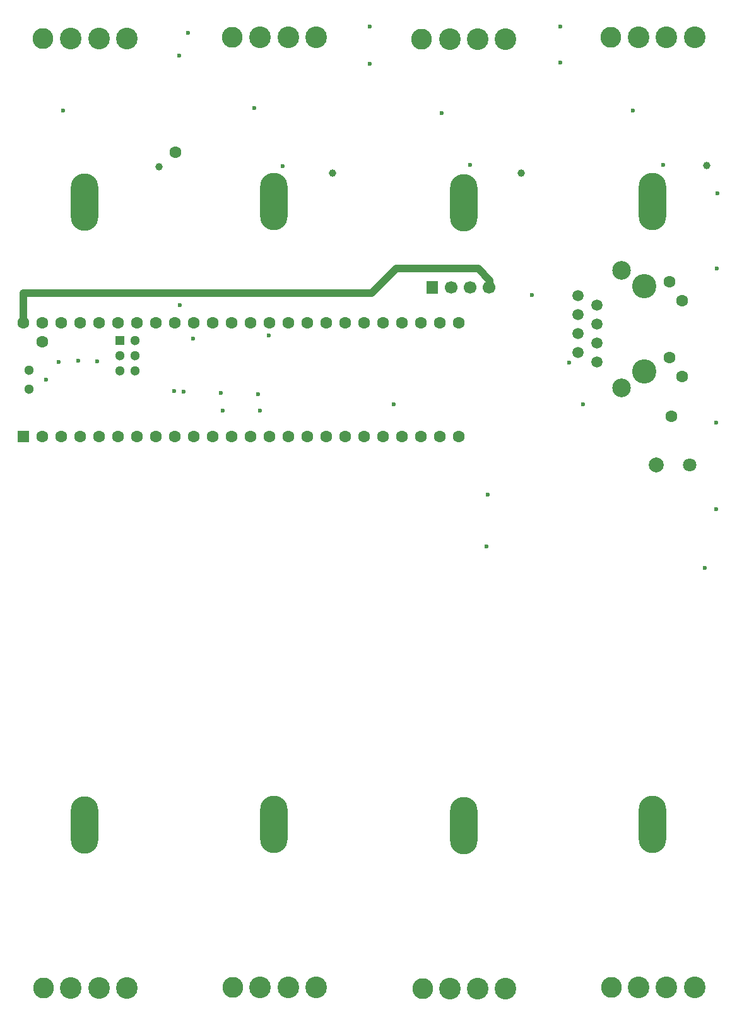
<source format=gbr>
%TF.GenerationSoftware,KiCad,Pcbnew,8.0.6*%
%TF.CreationDate,2025-03-02T11:18:05-08:00*%
%TF.ProjectId,dpx_faded,6470785f-6661-4646-9564-2e6b69636164,0.5.0*%
%TF.SameCoordinates,Original*%
%TF.FileFunction,Copper,L3,Inr*%
%TF.FilePolarity,Positive*%
%FSLAX46Y46*%
G04 Gerber Fmt 4.6, Leading zero omitted, Abs format (unit mm)*
G04 Created by KiCad (PCBNEW 8.0.6) date 2025-03-02 11:18:05*
%MOMM*%
%LPD*%
G01*
G04 APERTURE LIST*
%TA.AperFunction,ComponentPad*%
%ADD10R,1.600000X1.700000*%
%TD*%
%TA.AperFunction,ComponentPad*%
%ADD11C,1.700000*%
%TD*%
%TA.AperFunction,ComponentPad*%
%ADD12C,3.250000*%
%TD*%
%TA.AperFunction,ComponentPad*%
%ADD13C,1.520000*%
%TD*%
%TA.AperFunction,ComponentPad*%
%ADD14C,1.600000*%
%TD*%
%TA.AperFunction,ComponentPad*%
%ADD15C,2.500000*%
%TD*%
%TA.AperFunction,ComponentPad*%
%ADD16C,1.800000*%
%TD*%
%TA.AperFunction,ComponentPad*%
%ADD17C,2.000000*%
%TD*%
%TA.AperFunction,ComponentPad*%
%ADD18R,1.600000X1.600000*%
%TD*%
%TA.AperFunction,ComponentPad*%
%ADD19R,1.300000X1.300000*%
%TD*%
%TA.AperFunction,ComponentPad*%
%ADD20C,1.300000*%
%TD*%
%TA.AperFunction,ComponentPad*%
%ADD21C,2.900000*%
%TD*%
%TA.AperFunction,ComponentPad*%
%ADD22C,2.800000*%
%TD*%
%TA.AperFunction,ComponentPad*%
%ADD23O,3.700000X7.700000*%
%TD*%
%TA.AperFunction,ViaPad*%
%ADD24C,0.600000*%
%TD*%
%TA.AperFunction,ViaPad*%
%ADD25C,1.000000*%
%TD*%
%TA.AperFunction,ViaPad*%
%ADD26C,1.600000*%
%TD*%
%TA.AperFunction,Conductor*%
%ADD27C,1.000000*%
%TD*%
G04 APERTURE END LIST*
D10*
%TO.N,GND*%
%TO.C,U12*%
X336427500Y-142027500D03*
D11*
%TO.N,+5v-DIRTY*%
X338967500Y-142027500D03*
%TO.N,GND*%
X341507500Y-142027500D03*
%TO.N,+5v-CLEAN*%
X344047500Y-142027500D03*
%TD*%
D12*
%TO.N,*%
%TO.C,RJ1*%
X364870000Y-153350000D03*
X364870000Y-141920000D03*
D13*
%TO.N,T+*%
X358520000Y-152080000D03*
%TO.N,Net-(C13-Pad1)*%
X355980000Y-150810000D03*
%TO.N,T-*%
X358520000Y-149540000D03*
%TO.N,R+*%
X355980000Y-148270000D03*
%TO.N,Net-(C13-Pad1)*%
X358520000Y-147000000D03*
%TO.N,R-*%
X355980000Y-145730000D03*
%TO.N,unconnected-(RJ1-Pad7)*%
X358520000Y-144460000D03*
%TO.N,Net-(C13-Pad2)*%
X355980000Y-143190000D03*
D14*
%TO.N,GND*%
X369960000Y-153960000D03*
%TO.N,LLED+*%
X368250000Y-151420000D03*
%TO.N,GND*%
X369960000Y-143850000D03*
%TO.N,RLED+*%
X368250000Y-141310000D03*
D15*
%TO.N,GND*%
X361830000Y-155520000D03*
X361830000Y-139770000D03*
%TD*%
D16*
%TO.N,*%
%TO.C,DC1*%
X371010000Y-165810000D03*
D17*
X366510000Y-165810000D03*
%TD*%
D18*
%TO.N,GND*%
%TO.C,U9*%
X281610000Y-162000000D03*
D14*
%TO.N,mc1.U*%
X284150000Y-162000000D03*
%TO.N,mc1.D*%
X286690000Y-162000000D03*
%TO.N,mc2.U*%
X289230000Y-162000000D03*
%TO.N,mc2.D*%
X291770000Y-162000000D03*
%TO.N,mc3.U*%
X294310000Y-162000000D03*
%TO.N,mc3.D*%
X296850000Y-162000000D03*
%TO.N,mc4.U*%
X299390000Y-162000000D03*
%TO.N,mc4.D*%
X301930000Y-162000000D03*
%TO.N,unconnected-(U9-8_TX2_IN1-Pad10)*%
X304470000Y-162000000D03*
%TO.N,unconnected-(U9-9_OUT1C-Pad11)*%
X307010000Y-162000000D03*
%TO.N,unconnected-(U9-10_CS_MQSR-Pad12)*%
X309550000Y-162000000D03*
%TO.N,unconnected-(U9-11_MOSI_CTX1-Pad13)*%
X312090000Y-162000000D03*
%TO.N,unconnected-(U9-12_MISO_MQSL-Pad14)*%
X314630000Y-162000000D03*
%TO.N,unconnected-(U9-3V3-Pad15)*%
X317170000Y-162000000D03*
%TO.N,unconnected-(U9-24_A10_TX6_SCL2-Pad16)*%
X319710000Y-162000000D03*
%TO.N,unconnected-(U9-25_A11_RX6_SDA2-Pad17)*%
X322250000Y-162000000D03*
%TO.N,unconnected-(U9-26_A12_MOSI1-Pad18)*%
X324790000Y-162000000D03*
%TO.N,unconnected-(U9-27_A13_SCK1-Pad19)*%
X327330000Y-162000000D03*
%TO.N,unconnected-(U9-28_RX7-Pad20)*%
X329870000Y-162000000D03*
%TO.N,unconnected-(U9-29_TX7-Pad21)*%
X332410000Y-162000000D03*
%TO.N,unconnected-(U9-30_CRX3-Pad22)*%
X334950000Y-162000000D03*
%TO.N,unconnected-(U9-31_CTX3-Pad23)*%
X337490000Y-162000000D03*
%TO.N,LED6*%
X340030000Y-162000000D03*
%TO.N,BUTTON2*%
X340030000Y-146760000D03*
%TO.N,unconnected-(U9-34_RX8-Pad26)*%
X337490000Y-146760000D03*
%TO.N,unconnected-(U9-35_TX8-Pad27)*%
X334950000Y-146760000D03*
%TO.N,unconnected-(U9-36_CS-Pad28)*%
X332410000Y-146760000D03*
%TO.N,unconnected-(U9-37_CS-Pad29)*%
X329870000Y-146760000D03*
%TO.N,unconnected-(U9-38_CS1_IN1-Pad30)*%
X327330000Y-146760000D03*
%TO.N,unconnected-(U9-39_MISO1_OUT1A-Pad31)*%
X324790000Y-146760000D03*
%TO.N,unconnected-(U9-40_A16-Pad32)*%
X322250000Y-146760000D03*
%TO.N,BUTTON1*%
X319710000Y-146760000D03*
%TO.N,GND*%
X317170000Y-146760000D03*
%TO.N,13_SCK*%
X314630000Y-146760000D03*
%TO.N,unconnected-(U9-14_A0_TX3_SPDIF_OUT-Pad36)*%
X312090000Y-146760000D03*
%TO.N,unconnected-(U9-15_A1_RX3_SPDIF_IN-Pad37)*%
X309550000Y-146760000D03*
%TO.N,unconnected-(U9-16_A2_RX4_SCL1-Pad38)*%
X307010000Y-146760000D03*
%TO.N,unconnected-(U9-17_A3_TX4_SDA1-Pad39)*%
X304470000Y-146760000D03*
%TO.N,unconnected-(U9-18_A4_SDA-Pad40)*%
X301930000Y-146760000D03*
%TO.N,unconnected-(U9-19_A5_SCL-Pad41)*%
X299390000Y-146760000D03*
%TO.N,wiper_4*%
X296850000Y-146760000D03*
%TO.N,wiper_3*%
X294310000Y-146760000D03*
%TO.N,wiper_2*%
X291770000Y-146760000D03*
%TO.N,wiper_1*%
X289230000Y-146760000D03*
%TO.N,+3.3V*%
X286690000Y-146760000D03*
%TO.N,GND*%
X284150000Y-146760000D03*
%TO.N,+5v-CLEAN*%
X281610000Y-146760000D03*
%TO.N,unconnected-(U9-VUSB-Pad49)*%
X284150000Y-149300000D03*
D19*
%TO.N,R+*%
X294580000Y-149198400D03*
D20*
%TO.N,LLED+*%
X294580000Y-151198400D03*
%TO.N,T-*%
X294580000Y-153198400D03*
%TO.N,T+*%
X296580000Y-153198400D03*
%TO.N,GND*%
X296580000Y-151198400D03*
%TO.N,R-*%
X296580000Y-149198400D03*
%TO.N,unconnected-(U9-D--Pad66)*%
X282340000Y-153110000D03*
%TO.N,unconnected-(U9-D+-Pad67)*%
X282340000Y-155650000D03*
%TD*%
D21*
%TO.N,GND*%
%TO.C,U14*%
X291710000Y-235960000D03*
%TO.N,unconnected-(U14C-25p-Pad1')*%
X287960000Y-235960000D03*
%TO.N,wiper_4*%
X295465000Y-235960000D03*
D22*
%TO.N,unconnected-(U14C-50p-Pad2')*%
X284300000Y-235960000D03*
D21*
%TO.N,+3.3V*%
X291710000Y-108660000D03*
%TO.N,unconnected-(U14C-75p-Pad3')*%
X287960000Y-108660000D03*
%TO.N,wiper_4*%
X295465000Y-108660000D03*
D22*
%TO.N,unconnected-(U14C-50p-Pad4')*%
X284205000Y-108660000D03*
D23*
%TO.N,N/C*%
X289835000Y-130610000D03*
X289835000Y-214110000D03*
%TD*%
D21*
%TO.N,GND*%
%TO.C,U11*%
X342555000Y-236060000D03*
%TO.N,unconnected-(U11C-25p-Pad1')*%
X338805000Y-236060000D03*
%TO.N,wiper_2*%
X346310000Y-236060000D03*
D22*
%TO.N,unconnected-(U11C-50p-Pad2')*%
X335145000Y-236060000D03*
D21*
%TO.N,+3.3V*%
X342555000Y-108760000D03*
%TO.N,unconnected-(U11C-75p-Pad3')*%
X338805000Y-108760000D03*
%TO.N,wiper_2*%
X346310000Y-108760000D03*
D22*
%TO.N,unconnected-(U11C-50p-Pad4')*%
X335050000Y-108760000D03*
D23*
%TO.N,N/C*%
X340680000Y-130710000D03*
X340680000Y-214210000D03*
%TD*%
D21*
%TO.N,GND*%
%TO.C,U10*%
X367885000Y-235860000D03*
%TO.N,unconnected-(U10C-25p-Pad1')*%
X364135000Y-235860000D03*
%TO.N,wiper_1*%
X371640000Y-235860000D03*
D22*
%TO.N,unconnected-(U10C-50p-Pad2')*%
X360475000Y-235860000D03*
D21*
%TO.N,+3.3V*%
X367885000Y-108560000D03*
%TO.N,unconnected-(U10C-75p-Pad3')*%
X364135000Y-108560000D03*
%TO.N,wiper_1*%
X371640000Y-108560000D03*
D22*
%TO.N,unconnected-(U10C-50p-Pad4')*%
X360380000Y-108560000D03*
D23*
%TO.N,N/C*%
X366010000Y-130510000D03*
X366010000Y-214010000D03*
%TD*%
D21*
%TO.N,GND*%
%TO.C,U13*%
X317110000Y-235860000D03*
%TO.N,unconnected-(U13C-25p-Pad1')*%
X313360000Y-235860000D03*
%TO.N,wiper_3*%
X320865000Y-235860000D03*
D22*
%TO.N,unconnected-(U13C-50p-Pad2')*%
X309700000Y-235860000D03*
D21*
%TO.N,+3.3V*%
X317110000Y-108560000D03*
%TO.N,unconnected-(U13C-75p-Pad3')*%
X313360000Y-108560000D03*
%TO.N,wiper_3*%
X320865000Y-108560000D03*
D22*
%TO.N,unconnected-(U13C-50p-Pad4')*%
X309605000Y-108560000D03*
D23*
%TO.N,N/C*%
X315235000Y-130510000D03*
X315235000Y-214010000D03*
%TD*%
D24*
%TO.N,GND*%
X349860000Y-143110000D03*
X284610000Y-154460000D03*
X286360000Y-152010000D03*
X288960000Y-151910000D03*
X291460000Y-151960000D03*
X374610000Y-139510000D03*
%TO.N,+3.3V*%
X302460000Y-111010000D03*
X328060000Y-112060000D03*
X374710000Y-129410000D03*
X353660000Y-111910000D03*
%TO.N,GND*%
X337760000Y-118710000D03*
X303660000Y-107960000D03*
X328060000Y-107060000D03*
D25*
X299760000Y-125860000D03*
D24*
X374510000Y-160210000D03*
X312610000Y-118010000D03*
D26*
X368510000Y-159310000D03*
D24*
X286960000Y-118360000D03*
D25*
X323110000Y-126710000D03*
X348360000Y-126710000D03*
D24*
X363360000Y-118310000D03*
X353610000Y-107060000D03*
X343910000Y-169860000D03*
X374510000Y-171810000D03*
D25*
X373310000Y-125685000D03*
D24*
X343760000Y-176810000D03*
%TO.N,mc2.U*%
X308360000Y-158610000D03*
%TO.N,mc2.D*%
X308110000Y-156210000D03*
%TO.N,mc3.U*%
X304360000Y-148910000D03*
X302610000Y-144460000D03*
X303060000Y-156010000D03*
%TO.N,mc1.D*%
X313060000Y-156360000D03*
%TO.N,mc1.U*%
X313360000Y-158560000D03*
%TO.N,mc3.D*%
X301810000Y-155910000D03*
%TO.N,13_SCK*%
X314560000Y-148510000D03*
X356660000Y-157710000D03*
X331260000Y-157710000D03*
%TO.N,LED6*%
X373060000Y-179610000D03*
%TO.N,LLED+*%
X354810000Y-152160000D03*
%TO.N,+5v-DIRTY*%
X367460000Y-125620000D03*
X341510000Y-125660000D03*
D26*
X302010000Y-123960000D03*
D24*
X316360000Y-125760000D03*
%TD*%
D27*
%TO.N,+5v-CLEAN*%
X328360000Y-142810000D02*
X331610000Y-139560000D01*
X281610000Y-142810000D02*
X328360000Y-142810000D01*
X342610000Y-139560000D02*
X344160000Y-141110000D01*
X331610000Y-139560000D02*
X342610000Y-139560000D01*
X344160000Y-141110000D02*
X344160000Y-141915000D01*
X281610000Y-146760000D02*
X281610000Y-142810000D01*
X344160000Y-141915000D02*
X344047500Y-142027500D01*
%TD*%
M02*

</source>
